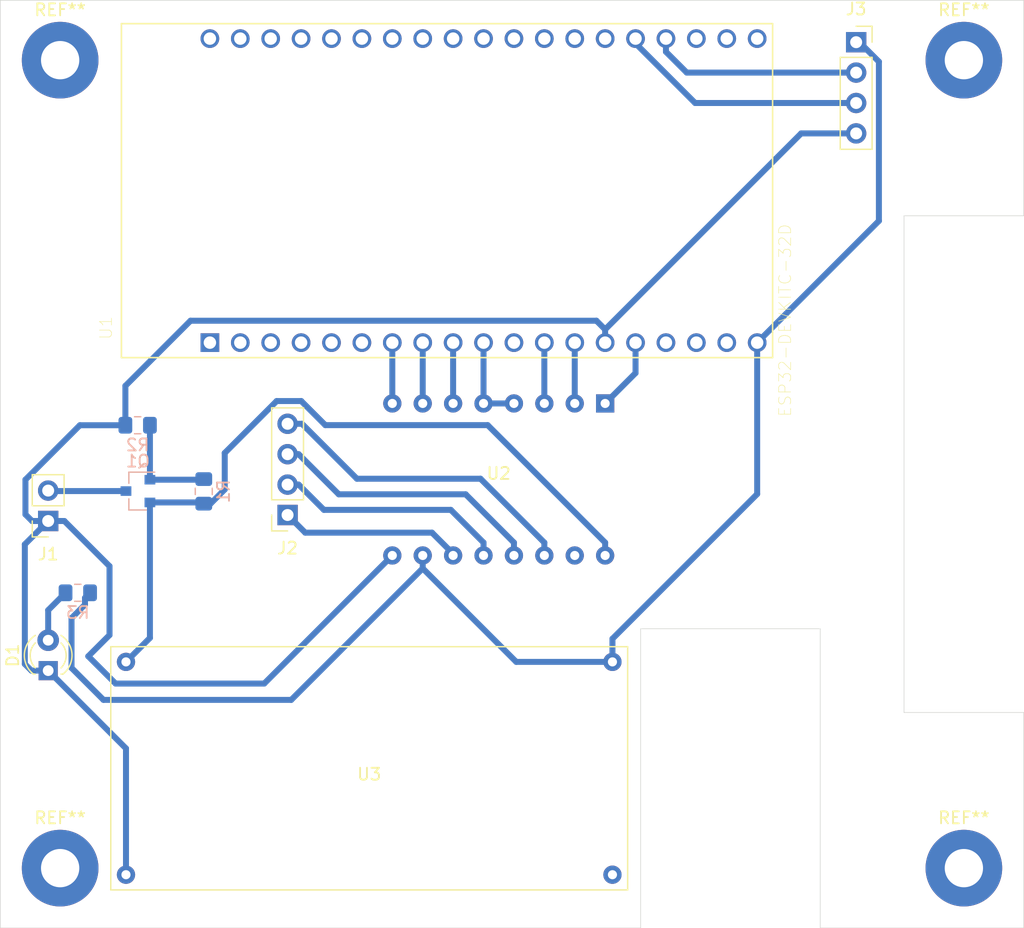
<source format=kicad_pcb>
(kicad_pcb (version 20171130) (host pcbnew 5.1.6-c6e7f7d~87~ubuntu20.04.1)

  (general
    (thickness 1.6)
    (drawings 15)
    (tracks 99)
    (zones 0)
    (modules 15)
    (nets 49)
  )

  (page A4)
  (title_block
    (title ESP32Focuser)
    (date 2020-04-13)
    (company "Semen Miroshnichenko")
  )

  (layers
    (0 F.Cu signal)
    (31 B.Cu signal)
    (32 B.Adhes user hide)
    (34 B.Paste user hide)
    (36 B.SilkS user)
    (38 B.Mask user hide)
    (39 F.Mask user hide)
    (40 Dwgs.User user hide)
    (41 Cmts.User user hide)
    (42 Eco1.User user hide)
    (43 Eco2.User user)
    (44 Edge.Cuts user)
    (45 Margin user)
    (46 B.CrtYd user)
    (47 F.CrtYd user)
    (48 B.Fab user)
  )

  (setup
    (last_trace_width 0.5)
    (user_trace_width 1)
    (trace_clearance 0.8)
    (zone_clearance 0.508)
    (zone_45_only no)
    (trace_min 0.5)
    (via_size 0.9)
    (via_drill 0.5)
    (via_min_size 0.4)
    (via_min_drill 0.3)
    (uvia_size 0.3)
    (uvia_drill 0.1)
    (uvias_allowed no)
    (uvia_min_size 0.2)
    (uvia_min_drill 0.1)
    (edge_width 0.05)
    (segment_width 0.2)
    (pcb_text_width 0.3)
    (pcb_text_size 1.5 1.5)
    (mod_edge_width 0.12)
    (mod_text_size 1 1)
    (mod_text_width 0.15)
    (pad_size 1.8 1.8)
    (pad_drill 0.9)
    (pad_to_mask_clearance 0.051)
    (solder_mask_min_width 0.25)
    (aux_axis_origin 0 0)
    (visible_elements FFFFFF7F)
    (pcbplotparams
      (layerselection 0x00000_fffffffe)
      (usegerberextensions false)
      (usegerberattributes false)
      (usegerberadvancedattributes false)
      (creategerberjobfile false)
      (excludeedgelayer true)
      (linewidth 0.100000)
      (plotframeref false)
      (viasonmask false)
      (mode 1)
      (useauxorigin false)
      (hpglpennumber 1)
      (hpglpenspeed 20)
      (hpglpendiameter 15.000000)
      (psnegative false)
      (psa4output false)
      (plotreference true)
      (plotvalue true)
      (plotinvisibletext false)
      (padsonsilk false)
      (subtractmaskfromsilk false)
      (outputformat 1)
      (mirror false)
      (drillshape 0)
      (scaleselection 1)
      (outputdirectory "Gerbers/"))
  )

  (net 0 "")
  (net 1 GND)
  (net 2 +12V)
  (net 3 "Net-(J2-Pad1)")
  (net 4 "Net-(J2-Pad2)")
  (net 5 "Net-(J2-Pad3)")
  (net 6 "Net-(J2-Pad4)")
  (net 7 +3V3)
  (net 8 "Net-(U1-Pad2)")
  (net 9 +5V)
  (net 10 "Net-(U1-Pad3)")
  (net 11 "Net-(U1-Pad4)")
  (net 12 "Net-(U1-Pad5)")
  (net 13 "Net-(U1-Pad6)")
  (net 14 /DIR)
  (net 15 /STEP)
  (net 16 "Net-(U1-Pad11)")
  (net 17 /MS2)
  (net 18 /MS1)
  (net 19 /~EN)
  (net 20 "Net-(U1-Pad16)")
  (net 21 "Net-(U1-Pad17)")
  (net 22 "Net-(U1-Pad18)")
  (net 23 "Net-(U1-Pad21)")
  (net 24 "Net-(U1-Pad22)")
  (net 25 "Net-(U1-Pad23)")
  (net 26 "Net-(U1-Pad24)")
  (net 27 "Net-(U1-Pad25)")
  (net 28 "Net-(U1-Pad26)")
  (net 29 "Net-(U1-Pad27)")
  (net 30 "Net-(U1-Pad28)")
  (net 31 "Net-(U1-Pad29)")
  (net 32 "Net-(U1-Pad30)")
  (net 33 "Net-(U1-Pad31)")
  (net 34 "Net-(U1-Pad32)")
  (net 35 "Net-(U1-Pad33)")
  (net 36 "Net-(U1-Pad36)")
  (net 37 "Net-(U1-Pad37)")
  (net 38 "Net-(U1-Pad38)")
  (net 39 "Net-(J3-Pad2)")
  (net 40 "Net-(J3-Pad3)")
  (net 41 "Net-(D1-Pad2)")
  (net 42 "Net-(J1-Pad2)")
  (net 43 "Net-(Q1-Pad1)")
  (net 44 /CLK)
  (net 45 /PDN)
  (net 46 "Net-(U1-Pad20)")
  (net 47 "Net-(U3-Pad3)")
  (net 48 "Net-(U2-Pad15)")

  (net_class Default "This is the default net class."
    (clearance 0.8)
    (trace_width 0.5)
    (via_dia 0.9)
    (via_drill 0.5)
    (uvia_dia 0.3)
    (uvia_drill 0.1)
    (diff_pair_width 1)
    (diff_pair_gap 0.25)
    (add_net +12V)
    (add_net +3V3)
    (add_net +5V)
    (add_net /CLK)
    (add_net /DIR)
    (add_net /MS1)
    (add_net /MS2)
    (add_net /PDN)
    (add_net /STEP)
    (add_net /~EN)
    (add_net GND)
    (add_net "Net-(D1-Pad2)")
    (add_net "Net-(J1-Pad2)")
    (add_net "Net-(J2-Pad1)")
    (add_net "Net-(J2-Pad2)")
    (add_net "Net-(J2-Pad3)")
    (add_net "Net-(J2-Pad4)")
    (add_net "Net-(J3-Pad2)")
    (add_net "Net-(J3-Pad3)")
    (add_net "Net-(Q1-Pad1)")
    (add_net "Net-(U1-Pad11)")
    (add_net "Net-(U1-Pad16)")
    (add_net "Net-(U1-Pad17)")
    (add_net "Net-(U1-Pad18)")
    (add_net "Net-(U1-Pad2)")
    (add_net "Net-(U1-Pad20)")
    (add_net "Net-(U1-Pad21)")
    (add_net "Net-(U1-Pad22)")
    (add_net "Net-(U1-Pad23)")
    (add_net "Net-(U1-Pad24)")
    (add_net "Net-(U1-Pad25)")
    (add_net "Net-(U1-Pad26)")
    (add_net "Net-(U1-Pad27)")
    (add_net "Net-(U1-Pad28)")
    (add_net "Net-(U1-Pad29)")
    (add_net "Net-(U1-Pad3)")
    (add_net "Net-(U1-Pad30)")
    (add_net "Net-(U1-Pad31)")
    (add_net "Net-(U1-Pad32)")
    (add_net "Net-(U1-Pad33)")
    (add_net "Net-(U1-Pad36)")
    (add_net "Net-(U1-Pad37)")
    (add_net "Net-(U1-Pad38)")
    (add_net "Net-(U1-Pad4)")
    (add_net "Net-(U1-Pad5)")
    (add_net "Net-(U1-Pad6)")
    (add_net "Net-(U2-Pad15)")
    (add_net "Net-(U3-Pad3)")
  )

  (module LED_THT:LED_D3.0mm (layer F.Cu) (tedit 5F666A39) (tstamp 5EE66513)
    (at 20.78 82.01 90)
    (descr "LED, diameter 3.0mm, 2 pins")
    (tags "LED diameter 3.0mm 2 pins")
    (path /5EB86BBF)
    (fp_text reference D1 (at 1.27 -2.96 90) (layer F.SilkS)
      (effects (font (size 1 1) (thickness 0.15)))
    )
    (fp_text value LED (at 1.27 2.96 90) (layer F.Fab)
      (effects (font (size 1 1) (thickness 0.15)))
    )
    (fp_circle (center 1.27 0) (end 2.77 0) (layer F.Fab) (width 0.1))
    (fp_line (start -0.23 -1.16619) (end -0.23 1.16619) (layer F.Fab) (width 0.1))
    (fp_line (start -0.29 -1.236) (end -0.29 -1.08) (layer F.SilkS) (width 0.12))
    (fp_line (start -0.29 1.08) (end -0.29 1.236) (layer F.SilkS) (width 0.12))
    (fp_line (start -1.15 -2.25) (end -1.15 2.25) (layer F.CrtYd) (width 0.05))
    (fp_line (start -1.15 2.25) (end 3.7 2.25) (layer F.CrtYd) (width 0.05))
    (fp_line (start 3.7 2.25) (end 3.7 -2.25) (layer F.CrtYd) (width 0.05))
    (fp_line (start 3.7 -2.25) (end -1.15 -2.25) (layer F.CrtYd) (width 0.05))
    (fp_arc (start 1.27 0) (end 0.229039 1.08) (angle -87.9) (layer F.SilkS) (width 0.12))
    (fp_arc (start 1.27 0) (end 0.229039 -1.08) (angle 87.9) (layer F.SilkS) (width 0.12))
    (fp_arc (start 1.27 0) (end -0.29 1.235516) (angle -108.8) (layer F.SilkS) (width 0.12))
    (fp_arc (start 1.27 0) (end -0.29 -1.235516) (angle 108.8) (layer F.SilkS) (width 0.12))
    (fp_arc (start 1.27 0) (end -0.23 -1.16619) (angle 284.3) (layer F.Fab) (width 0.1))
    (pad 2 thru_hole circle (at 2.54 0 90) (size 1.8 1.8) (drill 0.9) (layers *.Cu *.Mask)
      (net 41 "Net-(D1-Pad2)"))
    (pad 1 thru_hole rect (at 0 0 90) (size 1.6 1.6) (drill 0.9) (layers *.Cu *.Mask)
      (net 1 GND))
    (model ${KISYS3DMOD}/LED_THT.3dshapes/LED_D3.0mm.wrl
      (at (xyz 0 0 0))
      (scale (xyz 1 1 1))
      (rotate (xyz 0 0 0))
    )
  )

  (module ESP32Focuser:TMC2209_Module (layer F.Cu) (tedit 5E94B790) (tstamp 5E951804)
    (at 58.42 66.04 180)
    (path /5E8BE4AE)
    (fp_text reference U2 (at 0 0.5) (layer F.SilkS)
      (effects (font (size 1 1) (thickness 0.15)))
    )
    (fp_text value TMC2209_Board (at 0 -2.54) (layer F.Fab)
      (effects (font (size 1 1) (thickness 0.15)))
    )
    (pad 1 thru_hole rect (at -8.89 6.35 180) (size 1.524 1.524) (drill 0.762) (layers *.Cu *.Mask)
      (net 19 /~EN))
    (pad 2 thru_hole circle (at -6.35 6.35 180) (size 1.524 1.524) (drill 0.762) (layers *.Cu *.Mask)
      (net 18 /MS1))
    (pad 3 thru_hole circle (at -3.81 6.35 180) (size 1.524 1.524) (drill 0.762) (layers *.Cu *.Mask)
      (net 17 /MS2))
    (pad 4 thru_hole circle (at -1.27 6.35 180) (size 1.524 1.524) (drill 0.762) (layers *.Cu *.Mask)
      (net 45 /PDN))
    (pad 5 thru_hole circle (at 1.27 6.35 180) (size 1.524 1.524) (drill 0.762) (layers *.Cu *.Mask)
      (net 45 /PDN))
    (pad 6 thru_hole circle (at 3.81 6.35 180) (size 1.524 1.524) (drill 0.762) (layers *.Cu *.Mask)
      (net 44 /CLK))
    (pad 7 thru_hole circle (at 6.35 6.35 180) (size 1.524 1.524) (drill 0.762) (layers *.Cu *.Mask)
      (net 15 /STEP))
    (pad 8 thru_hole circle (at 8.89 6.35 180) (size 1.524 1.524) (drill 0.762) (layers *.Cu *.Mask)
      (net 14 /DIR))
    (pad 9 thru_hole circle (at 8.89 -6.35 180) (size 1.524 1.524) (drill 0.762) (layers *.Cu *.Mask)
      (net 1 GND))
    (pad 10 thru_hole circle (at 6.35 -6.35 180) (size 1.524 1.524) (drill 0.762) (layers *.Cu *.Mask)
      (net 9 +5V))
    (pad 11 thru_hole circle (at 3.81 -6.35 180) (size 1.524 1.524) (drill 0.762) (layers *.Cu *.Mask)
      (net 3 "Net-(J2-Pad1)"))
    (pad 12 thru_hole circle (at 1.27 -6.35 180) (size 1.524 1.524) (drill 0.762) (layers *.Cu *.Mask)
      (net 4 "Net-(J2-Pad2)"))
    (pad 13 thru_hole circle (at -1.27 -6.35 180) (size 1.524 1.524) (drill 0.762) (layers *.Cu *.Mask)
      (net 5 "Net-(J2-Pad3)"))
    (pad 14 thru_hole circle (at -3.81 -6.35 180) (size 1.524 1.524) (drill 0.762) (layers *.Cu *.Mask)
      (net 6 "Net-(J2-Pad4)"))
    (pad 15 thru_hole circle (at -6.35 -6.35 180) (size 1.524 1.524) (drill 0.762) (layers *.Cu *.Mask)
      (net 48 "Net-(U2-Pad15)"))
    (pad 16 thru_hole circle (at -8.89 -6.35 180) (size 1.524 1.524) (drill 0.762) (layers *.Cu *.Mask)
      (net 2 +12V))
  )

  (module ESP32Focuser:LM2596_Module (layer F.Cu) (tedit 5E94B647) (tstamp 5E962206)
    (at 47.6 90.17)
    (path /5E938094)
    (fp_text reference U3 (at 0 0.5) (layer F.SilkS)
      (effects (font (size 1 1) (thickness 0.15)))
    )
    (fp_text value LM2596_Board (at 0 -3.81) (layer F.Fab)
      (effects (font (size 1 1) (thickness 0.15)))
    )
    (fp_line (start 21.59 -10.16) (end -21.59 -10.16) (layer F.SilkS) (width 0.12))
    (fp_line (start 21.59 10.16) (end 21.59 -10.16) (layer F.SilkS) (width 0.12))
    (fp_line (start -21.59 10.16) (end 21.59 10.16) (layer F.SilkS) (width 0.12))
    (fp_line (start -21.59 -10.16) (end -21.59 10.16) (layer F.SilkS) (width 0.12))
    (pad 1 thru_hole circle (at -20.32 -8.89) (size 1.524 1.524) (drill 0.762) (layers *.Cu *.Mask)
      (net 2 +12V))
    (pad 2 thru_hole circle (at -20.32 8.89) (size 1.524 1.524) (drill 0.762) (layers *.Cu *.Mask)
      (net 1 GND))
    (pad 3 thru_hole circle (at 20.32 8.89) (size 1.524 1.524) (drill 0.762) (layers *.Cu *.Mask)
      (net 47 "Net-(U3-Pad3)"))
    (pad 4 thru_hole circle (at 20.32 -8.89) (size 1.524 1.524) (drill 0.762) (layers *.Cu *.Mask)
      (net 9 +5V))
  )

  (module Connector_PinSocket_2.54mm:PinSocket_1x04_P2.54mm_Vertical (layer F.Cu) (tedit 5A19A429) (tstamp 5E960307)
    (at 88.28 29.51)
    (descr "Through hole straight socket strip, 1x04, 2.54mm pitch, single row (from Kicad 4.0.7), script generated")
    (tags "Through hole socket strip THT 1x04 2.54mm single row")
    (path /5E960867)
    (fp_text reference J3 (at 0 -2.77) (layer F.SilkS)
      (effects (font (size 1 1) (thickness 0.15)))
    )
    (fp_text value Encoder_Conn (at 0 10.39) (layer F.Fab)
      (effects (font (size 1 1) (thickness 0.15)))
    )
    (fp_line (start -1.8 9.4) (end -1.8 -1.8) (layer F.CrtYd) (width 0.05))
    (fp_line (start 1.75 9.4) (end -1.8 9.4) (layer F.CrtYd) (width 0.05))
    (fp_line (start 1.75 -1.8) (end 1.75 9.4) (layer F.CrtYd) (width 0.05))
    (fp_line (start -1.8 -1.8) (end 1.75 -1.8) (layer F.CrtYd) (width 0.05))
    (fp_line (start 0 -1.33) (end 1.33 -1.33) (layer F.SilkS) (width 0.12))
    (fp_line (start 1.33 -1.33) (end 1.33 0) (layer F.SilkS) (width 0.12))
    (fp_line (start 1.33 1.27) (end 1.33 8.95) (layer F.SilkS) (width 0.12))
    (fp_line (start -1.33 8.95) (end 1.33 8.95) (layer F.SilkS) (width 0.12))
    (fp_line (start -1.33 1.27) (end -1.33 8.95) (layer F.SilkS) (width 0.12))
    (fp_line (start -1.33 1.27) (end 1.33 1.27) (layer F.SilkS) (width 0.12))
    (fp_line (start -1.27 8.89) (end -1.27 -1.27) (layer F.Fab) (width 0.1))
    (fp_line (start 1.27 8.89) (end -1.27 8.89) (layer F.Fab) (width 0.1))
    (fp_line (start 1.27 -0.635) (end 1.27 8.89) (layer F.Fab) (width 0.1))
    (fp_line (start 0.635 -1.27) (end 1.27 -0.635) (layer F.Fab) (width 0.1))
    (fp_line (start -1.27 -1.27) (end 0.635 -1.27) (layer F.Fab) (width 0.1))
    (fp_text user %R (at 0 3.81 90) (layer F.Fab)
      (effects (font (size 1 1) (thickness 0.15)))
    )
    (pad 1 thru_hole rect (at 0 0) (size 1.7 1.7) (drill 1) (layers *.Cu *.Mask)
      (net 9 +5V))
    (pad 2 thru_hole oval (at 0 2.54) (size 1.7 1.7) (drill 1) (layers *.Cu *.Mask)
      (net 39 "Net-(J3-Pad2)"))
    (pad 3 thru_hole oval (at 0 5.08) (size 1.7 1.7) (drill 1) (layers *.Cu *.Mask)
      (net 40 "Net-(J3-Pad3)"))
    (pad 4 thru_hole oval (at 0 7.62) (size 1.7 1.7) (drill 1) (layers *.Cu *.Mask)
      (net 1 GND))
    (model ${KISYS3DMOD}/Connector_PinSocket_2.54mm.3dshapes/PinSocket_1x04_P2.54mm_Vertical.wrl
      (at (xyz 0 0 0))
      (scale (xyz 1 1 1))
      (rotate (xyz 0 0 0))
    )
  )

  (module Resistor_SMD:R_0805_2012Metric_Pad1.15x1.40mm_HandSolder (layer B.Cu) (tedit 5B36C52B) (tstamp 5EE665BF)
    (at 33.78 67.035 90)
    (descr "Resistor SMD 0805 (2012 Metric), square (rectangular) end terminal, IPC_7351 nominal with elongated pad for handsoldering. (Body size source: https://docs.google.com/spreadsheets/d/1BsfQQcO9C6DZCsRaXUlFlo91Tg2WpOkGARC1WS5S8t0/edit?usp=sharing), generated with kicad-footprint-generator")
    (tags "resistor handsolder")
    (path /5E9BA074)
    (attr smd)
    (fp_text reference R1 (at 0 1.65 -90) (layer B.SilkS)
      (effects (font (size 1 1) (thickness 0.15)) (justify mirror))
    )
    (fp_text value 80k (at 0 -1.65 -90) (layer B.Fab)
      (effects (font (size 1 1) (thickness 0.15)) (justify mirror))
    )
    (fp_line (start -1 -0.6) (end -1 0.6) (layer B.Fab) (width 0.1))
    (fp_line (start -1 0.6) (end 1 0.6) (layer B.Fab) (width 0.1))
    (fp_line (start 1 0.6) (end 1 -0.6) (layer B.Fab) (width 0.1))
    (fp_line (start 1 -0.6) (end -1 -0.6) (layer B.Fab) (width 0.1))
    (fp_line (start -0.261252 0.71) (end 0.261252 0.71) (layer B.SilkS) (width 0.12))
    (fp_line (start -0.261252 -0.71) (end 0.261252 -0.71) (layer B.SilkS) (width 0.12))
    (fp_line (start -1.85 -0.95) (end -1.85 0.95) (layer B.CrtYd) (width 0.05))
    (fp_line (start -1.85 0.95) (end 1.85 0.95) (layer B.CrtYd) (width 0.05))
    (fp_line (start 1.85 0.95) (end 1.85 -0.95) (layer B.CrtYd) (width 0.05))
    (fp_line (start 1.85 -0.95) (end -1.85 -0.95) (layer B.CrtYd) (width 0.05))
    (fp_text user %R (at 0 0 -90) (layer B.Fab)
      (effects (font (size 0.5 0.5) (thickness 0.08)) (justify mirror))
    )
    (pad 2 smd roundrect (at 1.025 0 90) (size 1.15 1.4) (layers B.Cu B.Paste B.Mask) (roundrect_rratio 0.217391)
      (net 43 "Net-(Q1-Pad1)"))
    (pad 1 smd roundrect (at -1.025 0 90) (size 1.15 1.4) (layers B.Cu B.Paste B.Mask) (roundrect_rratio 0.217391)
      (net 2 +12V))
    (model ${KISYS3DMOD}/Resistor_SMD.3dshapes/R_0805_2012Metric.wrl
      (at (xyz 0 0 0))
      (scale (xyz 1 1 1))
      (rotate (xyz 0 0 0))
    )
  )

  (module ESP32-DEVKITC-32D:MODULE_ESP32-DEVKITC-32D (layer F.Cu) (tedit 0) (tstamp 5E951019)
    (at 54.05 41.91 90)
    (path /5E8B7E1F)
    (fp_text reference U1 (at -11.4644 -28.446 90) (layer F.SilkS)
      (effects (font (size 1.00039 1.00039) (thickness 0.05)))
    )
    (fp_text value ESP32-DEVKITC-32D (at -10.8363 28.2945 90) (layer F.SilkS)
      (effects (font (size 1.00105 1.00105) (thickness 0.05)))
    )
    (fp_circle (center -14.6 -19.9) (end -14.46 -19.9) (layer Eco2.User) (width 0.28))
    (fp_circle (center -14.6 -19.9) (end -14.46 -19.9) (layer Eco2.User) (width 0.28))
    (fp_line (start -14.2 27.5) (end -14.2 -27.4) (layer Eco1.User) (width 0.05))
    (fp_line (start 14.2 27.5) (end -14.2 27.5) (layer Eco1.User) (width 0.05))
    (fp_line (start 14.2 -27.4) (end 14.2 27.5) (layer Eco1.User) (width 0.05))
    (fp_line (start -14.2 -27.4) (end 14.2 -27.4) (layer Eco1.User) (width 0.05))
    (fp_line (start 13.95 27.25) (end -13.95 27.25) (layer F.SilkS) (width 0.127))
    (fp_line (start 13.95 -27.15) (end 13.95 27.25) (layer F.SilkS) (width 0.127))
    (fp_line (start -13.95 -27.15) (end 13.95 -27.15) (layer F.SilkS) (width 0.127))
    (fp_line (start -13.95 27.25) (end -13.95 -27.15) (layer F.SilkS) (width 0.127))
    (fp_line (start -13.95 27.25) (end -13.95 -27.15) (layer Eco2.User) (width 0.127))
    (fp_line (start 13.95 27.25) (end -13.95 27.25) (layer Eco2.User) (width 0.127))
    (fp_line (start 13.95 -27.15) (end 13.95 27.25) (layer Eco2.User) (width 0.127))
    (fp_line (start -13.95 -27.15) (end 13.95 -27.15) (layer Eco2.User) (width 0.127))
    (pad 1 thru_hole rect (at -12.7 -19.76 90) (size 1.56 1.56) (drill 1.04) (layers *.Cu *.Mask)
      (net 7 +3V3))
    (pad 2 thru_hole circle (at -12.7 -17.22 90) (size 1.56 1.56) (drill 1.04) (layers *.Cu *.Mask)
      (net 8 "Net-(U1-Pad2)"))
    (pad 19 thru_hole circle (at -12.7 25.96 90) (size 1.56 1.56) (drill 1.04) (layers *.Cu *.Mask)
      (net 9 +5V))
    (pad 3 thru_hole circle (at -12.7 -14.68 90) (size 1.56 1.56) (drill 1.04) (layers *.Cu *.Mask)
      (net 10 "Net-(U1-Pad3)"))
    (pad 4 thru_hole circle (at -12.7 -12.14 90) (size 1.56 1.56) (drill 1.04) (layers *.Cu *.Mask)
      (net 11 "Net-(U1-Pad4)"))
    (pad 5 thru_hole circle (at -12.7 -9.6 90) (size 1.56 1.56) (drill 1.04) (layers *.Cu *.Mask)
      (net 12 "Net-(U1-Pad5)"))
    (pad 6 thru_hole circle (at -12.7 -7.06 90) (size 1.56 1.56) (drill 1.04) (layers *.Cu *.Mask)
      (net 13 "Net-(U1-Pad6)"))
    (pad 7 thru_hole circle (at -12.7 -4.52 90) (size 1.56 1.56) (drill 1.04) (layers *.Cu *.Mask)
      (net 14 /DIR))
    (pad 8 thru_hole circle (at -12.7 -1.98 90) (size 1.56 1.56) (drill 1.04) (layers *.Cu *.Mask)
      (net 15 /STEP))
    (pad 9 thru_hole circle (at -12.7 0.56 90) (size 1.56 1.56) (drill 1.04) (layers *.Cu *.Mask)
      (net 44 /CLK))
    (pad 10 thru_hole circle (at -12.7 3.1 90) (size 1.56 1.56) (drill 1.04) (layers *.Cu *.Mask)
      (net 45 /PDN))
    (pad 11 thru_hole circle (at -12.7 5.64 90) (size 1.56 1.56) (drill 1.04) (layers *.Cu *.Mask)
      (net 16 "Net-(U1-Pad11)"))
    (pad 12 thru_hole circle (at -12.7 8.18 90) (size 1.56 1.56) (drill 1.04) (layers *.Cu *.Mask)
      (net 17 /MS2))
    (pad 13 thru_hole circle (at -12.7 10.72 90) (size 1.56 1.56) (drill 1.04) (layers *.Cu *.Mask)
      (net 18 /MS1))
    (pad 14 thru_hole circle (at -12.7 13.26 90) (size 1.56 1.56) (drill 1.04) (layers *.Cu *.Mask)
      (net 1 GND))
    (pad 15 thru_hole circle (at -12.7 15.8 90) (size 1.56 1.56) (drill 1.04) (layers *.Cu *.Mask)
      (net 19 /~EN))
    (pad 16 thru_hole circle (at -12.7 18.34 90) (size 1.56 1.56) (drill 1.04) (layers *.Cu *.Mask)
      (net 20 "Net-(U1-Pad16)"))
    (pad 17 thru_hole circle (at -12.7 20.88 90) (size 1.56 1.56) (drill 1.04) (layers *.Cu *.Mask)
      (net 21 "Net-(U1-Pad17)"))
    (pad 18 thru_hole circle (at -12.7 23.42 90) (size 1.56 1.56) (drill 1.04) (layers *.Cu *.Mask)
      (net 22 "Net-(U1-Pad18)"))
    (pad 20 thru_hole circle (at 12.7 -19.76 90) (size 1.56 1.56) (drill 1.04) (layers *.Cu *.Mask)
      (net 46 "Net-(U1-Pad20)"))
    (pad 21 thru_hole circle (at 12.7 -17.22 90) (size 1.56 1.56) (drill 1.04) (layers *.Cu *.Mask)
      (net 23 "Net-(U1-Pad21)"))
    (pad 22 thru_hole circle (at 12.7 -14.68 90) (size 1.56 1.56) (drill 1.04) (layers *.Cu *.Mask)
      (net 24 "Net-(U1-Pad22)"))
    (pad 23 thru_hole circle (at 12.7 -12.14 90) (size 1.56 1.56) (drill 1.04) (layers *.Cu *.Mask)
      (net 25 "Net-(U1-Pad23)"))
    (pad 24 thru_hole circle (at 12.7 -9.6 90) (size 1.56 1.56) (drill 1.04) (layers *.Cu *.Mask)
      (net 26 "Net-(U1-Pad24)"))
    (pad 25 thru_hole circle (at 12.7 -7.06 90) (size 1.56 1.56) (drill 1.04) (layers *.Cu *.Mask)
      (net 27 "Net-(U1-Pad25)"))
    (pad 26 thru_hole circle (at 12.7 -4.52 90) (size 1.56 1.56) (drill 1.04) (layers *.Cu *.Mask)
      (net 28 "Net-(U1-Pad26)"))
    (pad 27 thru_hole circle (at 12.7 -1.98 90) (size 1.56 1.56) (drill 1.04) (layers *.Cu *.Mask)
      (net 29 "Net-(U1-Pad27)"))
    (pad 28 thru_hole circle (at 12.7 0.56 90) (size 1.56 1.56) (drill 1.04) (layers *.Cu *.Mask)
      (net 30 "Net-(U1-Pad28)"))
    (pad 29 thru_hole circle (at 12.7 3.1 90) (size 1.56 1.56) (drill 1.04) (layers *.Cu *.Mask)
      (net 31 "Net-(U1-Pad29)"))
    (pad 30 thru_hole circle (at 12.7 5.64 90) (size 1.56 1.56) (drill 1.04) (layers *.Cu *.Mask)
      (net 32 "Net-(U1-Pad30)"))
    (pad 31 thru_hole circle (at 12.7 8.18 90) (size 1.56 1.56) (drill 1.04) (layers *.Cu *.Mask)
      (net 33 "Net-(U1-Pad31)"))
    (pad 32 thru_hole circle (at 12.7 10.72 90) (size 1.56 1.56) (drill 1.04) (layers *.Cu *.Mask)
      (net 34 "Net-(U1-Pad32)"))
    (pad 33 thru_hole circle (at 12.7 13.26 90) (size 1.56 1.56) (drill 1.04) (layers *.Cu *.Mask)
      (net 35 "Net-(U1-Pad33)"))
    (pad 34 thru_hole circle (at 12.7 15.8 90) (size 1.56 1.56) (drill 1.04) (layers *.Cu *.Mask)
      (net 40 "Net-(J3-Pad3)"))
    (pad 35 thru_hole circle (at 12.7 18.34 90) (size 1.56 1.56) (drill 1.04) (layers *.Cu *.Mask)
      (net 39 "Net-(J3-Pad2)"))
    (pad 36 thru_hole circle (at 12.7 20.88 90) (size 1.56 1.56) (drill 1.04) (layers *.Cu *.Mask)
      (net 36 "Net-(U1-Pad36)"))
    (pad 37 thru_hole circle (at 12.7 23.42 90) (size 1.56 1.56) (drill 1.04) (layers *.Cu *.Mask)
      (net 37 "Net-(U1-Pad37)"))
    (pad 38 thru_hole circle (at 12.7 25.96 90) (size 1.56 1.56) (drill 1.04) (layers *.Cu *.Mask)
      (net 38 "Net-(U1-Pad38)"))
  )

  (module Resistor_SMD:R_0805_2012Metric_Pad1.15x1.40mm_HandSolder (layer B.Cu) (tedit 5B36C52B) (tstamp 5EE665E1)
    (at 23.255 75.51)
    (descr "Resistor SMD 0805 (2012 Metric), square (rectangular) end terminal, IPC_7351 nominal with elongated pad for handsoldering. (Body size source: https://docs.google.com/spreadsheets/d/1BsfQQcO9C6DZCsRaXUlFlo91Tg2WpOkGARC1WS5S8t0/edit?usp=sharing), generated with kicad-footprint-generator")
    (tags "resistor handsolder")
    (path /5EB88F4B)
    (attr smd)
    (fp_text reference R3 (at 0 1.65) (layer B.SilkS)
      (effects (font (size 1 1) (thickness 0.15)) (justify mirror))
    )
    (fp_text value 1k (at 0 -1.65) (layer B.Fab)
      (effects (font (size 1 1) (thickness 0.15)) (justify mirror))
    )
    (fp_line (start -1 -0.6) (end -1 0.6) (layer B.Fab) (width 0.1))
    (fp_line (start -1 0.6) (end 1 0.6) (layer B.Fab) (width 0.1))
    (fp_line (start 1 0.6) (end 1 -0.6) (layer B.Fab) (width 0.1))
    (fp_line (start 1 -0.6) (end -1 -0.6) (layer B.Fab) (width 0.1))
    (fp_line (start -0.261252 0.71) (end 0.261252 0.71) (layer B.SilkS) (width 0.12))
    (fp_line (start -0.261252 -0.71) (end 0.261252 -0.71) (layer B.SilkS) (width 0.12))
    (fp_line (start -1.85 -0.95) (end -1.85 0.95) (layer B.CrtYd) (width 0.05))
    (fp_line (start -1.85 0.95) (end 1.85 0.95) (layer B.CrtYd) (width 0.05))
    (fp_line (start 1.85 0.95) (end 1.85 -0.95) (layer B.CrtYd) (width 0.05))
    (fp_line (start 1.85 -0.95) (end -1.85 -0.95) (layer B.CrtYd) (width 0.05))
    (fp_text user %R (at 0 0) (layer B.Fab)
      (effects (font (size 0.5 0.5) (thickness 0.08)) (justify mirror))
    )
    (pad 2 smd roundrect (at 1.025 0) (size 1.15 1.4) (layers B.Cu B.Paste B.Mask) (roundrect_rratio 0.217391)
      (net 9 +5V))
    (pad 1 smd roundrect (at -1.025 0) (size 1.15 1.4) (layers B.Cu B.Paste B.Mask) (roundrect_rratio 0.217391)
      (net 41 "Net-(D1-Pad2)"))
    (model ${KISYS3DMOD}/Resistor_SMD.3dshapes/R_0805_2012Metric.wrl
      (at (xyz 0 0 0))
      (scale (xyz 1 1 1))
      (rotate (xyz 0 0 0))
    )
  )

  (module Resistor_SMD:R_0805_2012Metric_Pad1.15x1.40mm_HandSolder (layer B.Cu) (tedit 5B36C52B) (tstamp 5EE665D0)
    (at 28.255 61.51)
    (descr "Resistor SMD 0805 (2012 Metric), square (rectangular) end terminal, IPC_7351 nominal with elongated pad for handsoldering. (Body size source: https://docs.google.com/spreadsheets/d/1BsfQQcO9C6DZCsRaXUlFlo91Tg2WpOkGARC1WS5S8t0/edit?usp=sharing), generated with kicad-footprint-generator")
    (tags "resistor handsolder")
    (path /5E9B97CD)
    (attr smd)
    (fp_text reference R2 (at 0 1.65) (layer B.SilkS)
      (effects (font (size 1 1) (thickness 0.15)) (justify mirror))
    )
    (fp_text value 20k (at 0 -1.65) (layer B.Fab)
      (effects (font (size 1 1) (thickness 0.15)) (justify mirror))
    )
    (fp_line (start -1 -0.6) (end -1 0.6) (layer B.Fab) (width 0.1))
    (fp_line (start -1 0.6) (end 1 0.6) (layer B.Fab) (width 0.1))
    (fp_line (start 1 0.6) (end 1 -0.6) (layer B.Fab) (width 0.1))
    (fp_line (start 1 -0.6) (end -1 -0.6) (layer B.Fab) (width 0.1))
    (fp_line (start -0.261252 0.71) (end 0.261252 0.71) (layer B.SilkS) (width 0.12))
    (fp_line (start -0.261252 -0.71) (end 0.261252 -0.71) (layer B.SilkS) (width 0.12))
    (fp_line (start -1.85 -0.95) (end -1.85 0.95) (layer B.CrtYd) (width 0.05))
    (fp_line (start -1.85 0.95) (end 1.85 0.95) (layer B.CrtYd) (width 0.05))
    (fp_line (start 1.85 0.95) (end 1.85 -0.95) (layer B.CrtYd) (width 0.05))
    (fp_line (start 1.85 -0.95) (end -1.85 -0.95) (layer B.CrtYd) (width 0.05))
    (fp_text user %R (at 0 0) (layer B.Fab)
      (effects (font (size 0.5 0.5) (thickness 0.08)) (justify mirror))
    )
    (pad 2 smd roundrect (at 1.025 0) (size 1.15 1.4) (layers B.Cu B.Paste B.Mask) (roundrect_rratio 0.217391)
      (net 43 "Net-(Q1-Pad1)"))
    (pad 1 smd roundrect (at -1.025 0) (size 1.15 1.4) (layers B.Cu B.Paste B.Mask) (roundrect_rratio 0.217391)
      (net 1 GND))
    (model ${KISYS3DMOD}/Resistor_SMD.3dshapes/R_0805_2012Metric.wrl
      (at (xyz 0 0 0))
      (scale (xyz 1 1 1))
      (rotate (xyz 0 0 0))
    )
  )

  (module Package_TO_SOT_SMD:SOT-23 (layer B.Cu) (tedit 5A02FF57) (tstamp 5EE665AE)
    (at 28.28 67.01 180)
    (descr "SOT-23, Standard")
    (tags SOT-23)
    (path /5E9B6965)
    (attr smd)
    (fp_text reference Q1 (at 0 2.5) (layer B.SilkS)
      (effects (font (size 1 1) (thickness 0.15)) (justify mirror))
    )
    (fp_text value AO3401A (at 0 -2.5) (layer B.Fab)
      (effects (font (size 1 1) (thickness 0.15)) (justify mirror))
    )
    (fp_line (start -0.7 0.95) (end -0.7 -1.5) (layer B.Fab) (width 0.1))
    (fp_line (start -0.15 1.52) (end 0.7 1.52) (layer B.Fab) (width 0.1))
    (fp_line (start -0.7 0.95) (end -0.15 1.52) (layer B.Fab) (width 0.1))
    (fp_line (start 0.7 1.52) (end 0.7 -1.52) (layer B.Fab) (width 0.1))
    (fp_line (start -0.7 -1.52) (end 0.7 -1.52) (layer B.Fab) (width 0.1))
    (fp_line (start 0.76 -1.58) (end 0.76 -0.65) (layer B.SilkS) (width 0.12))
    (fp_line (start 0.76 1.58) (end 0.76 0.65) (layer B.SilkS) (width 0.12))
    (fp_line (start -1.7 1.75) (end 1.7 1.75) (layer B.CrtYd) (width 0.05))
    (fp_line (start 1.7 1.75) (end 1.7 -1.75) (layer B.CrtYd) (width 0.05))
    (fp_line (start 1.7 -1.75) (end -1.7 -1.75) (layer B.CrtYd) (width 0.05))
    (fp_line (start -1.7 -1.75) (end -1.7 1.75) (layer B.CrtYd) (width 0.05))
    (fp_line (start 0.76 1.58) (end -1.4 1.58) (layer B.SilkS) (width 0.12))
    (fp_line (start 0.76 -1.58) (end -0.7 -1.58) (layer B.SilkS) (width 0.12))
    (fp_text user %R (at 0 0 -90) (layer B.Fab)
      (effects (font (size 0.5 0.5) (thickness 0.075)) (justify mirror))
    )
    (pad 3 smd rect (at 1 0 180) (size 0.9 0.8) (layers B.Cu B.Paste B.Mask)
      (net 42 "Net-(J1-Pad2)"))
    (pad 2 smd rect (at -1 -0.95 180) (size 0.9 0.8) (layers B.Cu B.Paste B.Mask)
      (net 2 +12V))
    (pad 1 smd rect (at -1 0.95 180) (size 0.9 0.8) (layers B.Cu B.Paste B.Mask)
      (net 43 "Net-(Q1-Pad1)"))
    (model ${KISYS3DMOD}/Package_TO_SOT_SMD.3dshapes/SOT-23.wrl
      (at (xyz 0 0 0))
      (scale (xyz 1 1 1))
      (rotate (xyz 0 0 0))
    )
  )

  (module MountingHole:MountingHole_3.2mm_M3_Pad (layer F.Cu) (tedit 56D1B4CB) (tstamp 5E9621D8)
    (at 97.28 31.01)
    (descr "Mounting Hole 3.2mm, M3")
    (tags "mounting hole 3.2mm m3")
    (attr virtual)
    (fp_text reference REF** (at 0 -4.2) (layer F.SilkS)
      (effects (font (size 1 1) (thickness 0.15)))
    )
    (fp_text value MountingHole_3.2mm_M3_Pad (at 0 4.2) (layer F.Fab)
      (effects (font (size 1 1) (thickness 0.15)))
    )
    (fp_circle (center 0 0) (end 3.2 0) (layer Cmts.User) (width 0.15))
    (fp_circle (center 0 0) (end 3.45 0) (layer F.CrtYd) (width 0.05))
    (fp_text user %R (at 0.3 0) (layer F.Fab)
      (effects (font (size 1 1) (thickness 0.15)))
    )
    (pad 1 thru_hole circle (at 0 0) (size 6.4 6.4) (drill 3.2) (layers *.Cu *.Mask))
  )

  (module MountingHole:MountingHole_3.2mm_M3_Pad (layer F.Cu) (tedit 56D1B4CB) (tstamp 5E9621C2)
    (at 97.28 98.51)
    (descr "Mounting Hole 3.2mm, M3")
    (tags "mounting hole 3.2mm m3")
    (attr virtual)
    (fp_text reference REF** (at 0 -4.2) (layer F.SilkS)
      (effects (font (size 1 1) (thickness 0.15)))
    )
    (fp_text value MountingHole_3.2mm_M3_Pad (at 0 4.2) (layer F.Fab)
      (effects (font (size 1 1) (thickness 0.15)))
    )
    (fp_circle (center 0 0) (end 3.2 0) (layer Cmts.User) (width 0.15))
    (fp_circle (center 0 0) (end 3.45 0) (layer F.CrtYd) (width 0.05))
    (fp_text user %R (at 0.3 0) (layer F.Fab)
      (effects (font (size 1 1) (thickness 0.15)))
    )
    (pad 1 thru_hole circle (at 0 0) (size 6.4 6.4) (drill 3.2) (layers *.Cu *.Mask))
  )

  (module MountingHole:MountingHole_3.2mm_M3_Pad (layer F.Cu) (tedit 56D1B4CB) (tstamp 5E9621AC)
    (at 21.78 98.51)
    (descr "Mounting Hole 3.2mm, M3")
    (tags "mounting hole 3.2mm m3")
    (attr virtual)
    (fp_text reference REF** (at 0 -4.2) (layer F.SilkS)
      (effects (font (size 1 1) (thickness 0.15)))
    )
    (fp_text value MountingHole_3.2mm_M3_Pad (at 0 4.2) (layer F.Fab)
      (effects (font (size 1 1) (thickness 0.15)))
    )
    (fp_circle (center 0 0) (end 3.2 0) (layer Cmts.User) (width 0.15))
    (fp_circle (center 0 0) (end 3.45 0) (layer F.CrtYd) (width 0.05))
    (fp_text user %R (at 0.3 0) (layer F.Fab)
      (effects (font (size 1 1) (thickness 0.15)))
    )
    (pad 1 thru_hole circle (at 0 0) (size 6.4 6.4) (drill 3.2) (layers *.Cu *.Mask))
  )

  (module MountingHole:MountingHole_3.2mm_M3_Pad (layer F.Cu) (tedit 56D1B4CB) (tstamp 5E962144)
    (at 21.78 31.01)
    (descr "Mounting Hole 3.2mm, M3")
    (tags "mounting hole 3.2mm m3")
    (attr virtual)
    (fp_text reference REF** (at 0 -4.2) (layer F.SilkS)
      (effects (font (size 1 1) (thickness 0.15)))
    )
    (fp_text value MountingHole_3.2mm_M3_Pad (at 0 4.2) (layer F.Fab)
      (effects (font (size 1 1) (thickness 0.15)))
    )
    (fp_circle (center 0 0) (end 3.2 0) (layer Cmts.User) (width 0.15))
    (fp_circle (center 0 0) (end 3.45 0) (layer F.CrtYd) (width 0.05))
    (fp_text user %R (at 0.3 0) (layer F.Fab)
      (effects (font (size 1 1) (thickness 0.15)))
    )
    (pad 1 thru_hole circle (at 0 0) (size 6.4 6.4) (drill 3.2) (layers *.Cu *.Mask))
  )

  (module Connector_PinSocket_2.54mm:PinSocket_1x02_P2.54mm_Vertical (layer F.Cu) (tedit 5A19A420) (tstamp 5E950FC9)
    (at 20.78 69.51 180)
    (descr "Through hole straight socket strip, 1x02, 2.54mm pitch, single row (from Kicad 4.0.7), script generated")
    (tags "Through hole socket strip THT 1x02 2.54mm single row")
    (path /5E9379CC)
    (fp_text reference J1 (at 0 -2.77) (layer F.SilkS)
      (effects (font (size 1 1) (thickness 0.15)))
    )
    (fp_text value PWR_Conn (at 0 5.31) (layer F.Fab)
      (effects (font (size 1 1) (thickness 0.15)))
    )
    (fp_line (start -1.8 4.3) (end -1.8 -1.8) (layer F.CrtYd) (width 0.05))
    (fp_line (start 1.75 4.3) (end -1.8 4.3) (layer F.CrtYd) (width 0.05))
    (fp_line (start 1.75 -1.8) (end 1.75 4.3) (layer F.CrtYd) (width 0.05))
    (fp_line (start -1.8 -1.8) (end 1.75 -1.8) (layer F.CrtYd) (width 0.05))
    (fp_line (start 0 -1.33) (end 1.33 -1.33) (layer F.SilkS) (width 0.12))
    (fp_line (start 1.33 -1.33) (end 1.33 0) (layer F.SilkS) (width 0.12))
    (fp_line (start 1.33 1.27) (end 1.33 3.87) (layer F.SilkS) (width 0.12))
    (fp_line (start -1.33 3.87) (end 1.33 3.87) (layer F.SilkS) (width 0.12))
    (fp_line (start -1.33 1.27) (end -1.33 3.87) (layer F.SilkS) (width 0.12))
    (fp_line (start -1.33 1.27) (end 1.33 1.27) (layer F.SilkS) (width 0.12))
    (fp_line (start -1.27 3.81) (end -1.27 -1.27) (layer F.Fab) (width 0.1))
    (fp_line (start 1.27 3.81) (end -1.27 3.81) (layer F.Fab) (width 0.1))
    (fp_line (start 1.27 -0.635) (end 1.27 3.81) (layer F.Fab) (width 0.1))
    (fp_line (start 0.635 -1.27) (end 1.27 -0.635) (layer F.Fab) (width 0.1))
    (fp_line (start -1.27 -1.27) (end 0.635 -1.27) (layer F.Fab) (width 0.1))
    (fp_text user %R (at 0 1.27 90) (layer F.Fab)
      (effects (font (size 1 1) (thickness 0.15)))
    )
    (pad 1 thru_hole rect (at 0 0 180) (size 1.7 1.7) (drill 1) (layers *.Cu *.Mask)
      (net 1 GND))
    (pad 2 thru_hole oval (at 0 2.54 180) (size 1.7 1.7) (drill 1) (layers *.Cu *.Mask)
      (net 42 "Net-(J1-Pad2)"))
    (model ${KISYS3DMOD}/Connector_PinSocket_2.54mm.3dshapes/PinSocket_1x02_P2.54mm_Vertical.wrl
      (at (xyz 0 0 0))
      (scale (xyz 1 1 1))
      (rotate (xyz 0 0 0))
    )
  )

  (module Connector_PinSocket_2.54mm:PinSocket_1x04_P2.54mm_Vertical (layer F.Cu) (tedit 5A19A429) (tstamp 5E950FE1)
    (at 40.78 69.01 180)
    (descr "Through hole straight socket strip, 1x04, 2.54mm pitch, single row (from Kicad 4.0.7), script generated")
    (tags "Through hole socket strip THT 1x04 2.54mm single row")
    (path /5E93DBB8)
    (fp_text reference J2 (at 0 -2.77) (layer F.SilkS)
      (effects (font (size 1 1) (thickness 0.15)))
    )
    (fp_text value Motor_Conn (at 0 10.39) (layer F.Fab)
      (effects (font (size 1 1) (thickness 0.15)))
    )
    (fp_line (start -1.8 9.4) (end -1.8 -1.8) (layer F.CrtYd) (width 0.05))
    (fp_line (start 1.75 9.4) (end -1.8 9.4) (layer F.CrtYd) (width 0.05))
    (fp_line (start 1.75 -1.8) (end 1.75 9.4) (layer F.CrtYd) (width 0.05))
    (fp_line (start -1.8 -1.8) (end 1.75 -1.8) (layer F.CrtYd) (width 0.05))
    (fp_line (start 0 -1.33) (end 1.33 -1.33) (layer F.SilkS) (width 0.12))
    (fp_line (start 1.33 -1.33) (end 1.33 0) (layer F.SilkS) (width 0.12))
    (fp_line (start 1.33 1.27) (end 1.33 8.95) (layer F.SilkS) (width 0.12))
    (fp_line (start -1.33 8.95) (end 1.33 8.95) (layer F.SilkS) (width 0.12))
    (fp_line (start -1.33 1.27) (end -1.33 8.95) (layer F.SilkS) (width 0.12))
    (fp_line (start -1.33 1.27) (end 1.33 1.27) (layer F.SilkS) (width 0.12))
    (fp_line (start -1.27 8.89) (end -1.27 -1.27) (layer F.Fab) (width 0.1))
    (fp_line (start 1.27 8.89) (end -1.27 8.89) (layer F.Fab) (width 0.1))
    (fp_line (start 1.27 -0.635) (end 1.27 8.89) (layer F.Fab) (width 0.1))
    (fp_line (start 0.635 -1.27) (end 1.27 -0.635) (layer F.Fab) (width 0.1))
    (fp_line (start -1.27 -1.27) (end 0.635 -1.27) (layer F.Fab) (width 0.1))
    (fp_text user %R (at 0 3.81 90) (layer F.Fab)
      (effects (font (size 1 1) (thickness 0.15)))
    )
    (pad 1 thru_hole rect (at 0 0 180) (size 1.7 1.7) (drill 1) (layers *.Cu *.Mask)
      (net 3 "Net-(J2-Pad1)"))
    (pad 2 thru_hole oval (at 0 2.54 180) (size 1.7 1.7) (drill 1) (layers *.Cu *.Mask)
      (net 4 "Net-(J2-Pad2)"))
    (pad 3 thru_hole oval (at 0 5.08 180) (size 1.7 1.7) (drill 1) (layers *.Cu *.Mask)
      (net 5 "Net-(J2-Pad3)"))
    (pad 4 thru_hole oval (at 0 7.62 180) (size 1.7 1.7) (drill 1) (layers *.Cu *.Mask)
      (net 6 "Net-(J2-Pad4)"))
    (model ${KISYS3DMOD}/Connector_PinSocket_2.54mm.3dshapes/PinSocket_1x04_P2.54mm_Vertical.wrl
      (at (xyz 0 0 0))
      (scale (xyz 1 1 1))
      (rotate (xyz 0 0 0))
    )
  )

  (dimension 85.5 (width 0.15) (layer Dwgs.User)
    (gr_text "85,500 mm" (at 59.53 22.210001) (layer Dwgs.User)
      (effects (font (size 1 1) (thickness 0.15)))
    )
    (feature1 (pts (xy 16.78 26.01) (xy 16.78 22.92358)))
    (feature2 (pts (xy 102.28 26.01) (xy 102.28 22.92358)))
    (crossbar (pts (xy 102.28 23.510001) (xy 16.78 23.510001)))
    (arrow1a (pts (xy 16.78 23.510001) (xy 17.906504 22.92358)))
    (arrow1b (pts (xy 16.78 23.510001) (xy 17.906504 24.096422)))
    (arrow2a (pts (xy 102.28 23.510001) (xy 101.153496 22.92358)))
    (arrow2b (pts (xy 102.28 23.510001) (xy 101.153496 24.096422)))
  )
  (gr_line (start 102.28 26.01) (end 16.78 26.01) (layer Edge.Cuts) (width 0.05))
  (gr_line (start 70.28 103.51) (end 16.78 103.51) (layer Edge.Cuts) (width 0.05) (tstamp 5E951581))
  (gr_line (start 70.28 78.51) (end 70.28 103.51) (layer Edge.Cuts) (width 0.05))
  (gr_line (start 85.28 78.51) (end 70.28 78.51) (layer Edge.Cuts) (width 0.05))
  (gr_line (start 85.28 103.51) (end 85.28 78.51) (layer Edge.Cuts) (width 0.05))
  (gr_line (start 102.28 103.51) (end 85.28 103.51) (layer Edge.Cuts) (width 0.05))
  (dimension 41.5 (width 0.15) (layer Dwgs.User)
    (gr_text "41,500 mm" (at 105.08 64.76 90) (layer Dwgs.User)
      (effects (font (size 1 1) (thickness 0.15)))
    )
    (feature1 (pts (xy 102.28 44.01) (xy 104.366421 44.01)))
    (feature2 (pts (xy 102.28 85.51) (xy 104.366421 85.51)))
    (crossbar (pts (xy 103.78 85.51) (xy 103.78 44.01)))
    (arrow1a (pts (xy 103.78 44.01) (xy 104.366421 45.136504)))
    (arrow1b (pts (xy 103.78 44.01) (xy 103.193579 45.136504)))
    (arrow2a (pts (xy 103.78 85.51) (xy 104.366421 84.383496)))
    (arrow2b (pts (xy 103.78 85.51) (xy 103.193579 84.383496)))
  )
  (gr_line (start 92.28 85.51) (end 92.28 44.01) (layer Edge.Cuts) (width 0.05) (tstamp 5E951569))
  (gr_line (start 102.28 85.51) (end 92.28 85.51) (layer Edge.Cuts) (width 0.05))
  (gr_line (start 102.28 103.51) (end 102.28 85.51) (layer Edge.Cuts) (width 0.05))
  (gr_line (start 102.28 44.01) (end 92.28 44.01) (layer Edge.Cuts) (width 0.05))
  (gr_line (start 102.28 26.01) (end 102.28 44.01) (layer Edge.Cuts) (width 0.05))
  (dimension 77.5 (width 0.15) (layer Dwgs.User)
    (gr_text "77,500 mm" (at 108.58 64.76 270) (layer Dwgs.User)
      (effects (font (size 1 1) (thickness 0.15)))
    )
    (feature1 (pts (xy 102.28 103.51) (xy 107.866421 103.51)))
    (feature2 (pts (xy 102.28 26.01) (xy 107.866421 26.01)))
    (crossbar (pts (xy 107.28 26.01) (xy 107.28 103.51)))
    (arrow1a (pts (xy 107.28 103.51) (xy 106.693579 102.383496)))
    (arrow1b (pts (xy 107.28 103.51) (xy 107.866421 102.383496)))
    (arrow2a (pts (xy 107.28 26.01) (xy 106.693579 27.136504)))
    (arrow2b (pts (xy 107.28 26.01) (xy 107.866421 27.136504)))
  )
  (gr_line (start 16.78 103.51) (end 16.78 26.01) (layer Edge.Cuts) (width 0.05) (tstamp 5E951565))

  (segment (start 27.28 88.51) (end 27.28 99.06) (width 0.5) (layer B.Cu) (net 1))
  (segment (start 20.78 82.01) (end 27.28 88.51) (width 0.5) (layer B.Cu) (net 1))
  (segment (start 18.829999 71.460001) (end 20.78 69.51) (width 0.5) (layer B.Cu) (net 1))
  (segment (start 19.38 82.01) (end 18.829999 81.459999) (width 0.5) (layer B.Cu) (net 1))
  (segment (start 18.829999 81.459999) (end 18.829999 71.460001) (width 0.5) (layer B.Cu) (net 1))
  (segment (start 20.78 82.01) (end 19.38 82.01) (width 0.5) (layer B.Cu) (net 1))
  (segment (start 18.879999 66.057999) (end 23.427998 61.51) (width 0.5) (layer B.Cu) (net 1))
  (segment (start 23.427998 61.51) (end 27.23 61.51) (width 0.5) (layer B.Cu) (net 1))
  (segment (start 18.879999 68.959999) (end 18.879999 66.057999) (width 0.5) (layer B.Cu) (net 1))
  (segment (start 19.43 69.51) (end 18.879999 68.959999) (width 0.5) (layer B.Cu) (net 1))
  (segment (start 20.78 69.51) (end 19.43 69.51) (width 0.5) (layer B.Cu) (net 1))
  (segment (start 22.13 69.51) (end 20.78 69.51) (width 0.5) (layer B.Cu) (net 1))
  (segment (start 25.90501 73.28501) (end 22.13 69.51) (width 0.5) (layer B.Cu) (net 1))
  (segment (start 25.90501 79.036752) (end 25.90501 73.28501) (width 0.5) (layer B.Cu) (net 1))
  (segment (start 24.13 80.811762) (end 25.90501 79.036752) (width 0.5) (layer B.Cu) (net 1))
  (segment (start 26.410239 83.092001) (end 24.13 80.811762) (width 0.5) (layer B.Cu) (net 1))
  (segment (start 38.827999 83.092001) (end 26.410239 83.092001) (width 0.5) (layer B.Cu) (net 1))
  (segment (start 49.53 72.39) (end 38.827999 83.092001) (width 0.5) (layer B.Cu) (net 1))
  (segment (start 66.583085 52.779999) (end 32.669999 52.779999) (width 0.5) (layer B.Cu) (net 1))
  (segment (start 32.669999 52.779999) (end 27.23 58.219998) (width 0.5) (layer B.Cu) (net 1))
  (segment (start 67.31 53.506914) (end 66.583085 52.779999) (width 0.5) (layer B.Cu) (net 1))
  (segment (start 27.23 58.219998) (end 27.23 61.51) (width 0.5) (layer B.Cu) (net 1))
  (segment (start 83.686914 37.13) (end 88.28 37.13) (width 0.5) (layer B.Cu) (net 1))
  (segment (start 67.31 53.506914) (end 83.686914 37.13) (width 0.5) (layer B.Cu) (net 1))
  (segment (start 67.31 54.61) (end 67.31 53.506914) (width 0.5) (layer B.Cu) (net 1))
  (segment (start 33.68 67.96) (end 33.78 68.06) (width 0.5) (layer B.Cu) (net 2))
  (segment (start 29.28 67.96) (end 33.68 67.96) (width 0.5) (layer B.Cu) (net 2))
  (segment (start 29.28 79.28) (end 27.28 81.28) (width 0.5) (layer B.Cu) (net 2))
  (segment (start 29.28 67.96) (end 29.28 79.28) (width 0.5) (layer B.Cu) (net 2))
  (segment (start 35.53001 66.873484) (end 34.343494 68.06) (width 0.5) (layer B.Cu) (net 2))
  (segment (start 35.53001 63.827988) (end 35.53001 66.873484) (width 0.5) (layer B.Cu) (net 2))
  (segment (start 39.867999 59.489999) (end 35.53001 63.827988) (width 0.5) (layer B.Cu) (net 2))
  (segment (start 41.92057 59.489999) (end 39.867999 59.489999) (width 0.5) (layer B.Cu) (net 2))
  (segment (start 43.932572 61.502001) (end 41.92057 59.489999) (width 0.5) (layer B.Cu) (net 2))
  (segment (start 34.343494 68.06) (end 33.78 68.06) (width 0.5) (layer B.Cu) (net 2))
  (segment (start 57.499631 61.502001) (end 43.932572 61.502001) (width 0.5) (layer B.Cu) (net 2))
  (segment (start 67.31 71.31237) (end 57.499631 61.502001) (width 0.5) (layer B.Cu) (net 2))
  (segment (start 67.31 72.39) (end 67.31 71.31237) (width 0.5) (layer B.Cu) (net 2))
  (segment (start 42.255 70.485) (end 40.78 69.01) (width 0.5) (layer B.Cu) (net 3))
  (segment (start 54.61 72.248238) (end 52.846762 70.485) (width 0.5) (layer B.Cu) (net 3))
  (segment (start 52.846762 70.485) (end 42.255 70.485) (width 0.5) (layer B.Cu) (net 3))
  (segment (start 54.61 72.39) (end 54.61 72.248238) (width 0.5) (layer B.Cu) (net 3))
  (segment (start 41.290002 66.47) (end 40.78 66.47) (width 0.5) (layer B.Cu) (net 4))
  (segment (start 57.15 71.31237) (end 54.41763 68.58) (width 0.5) (layer B.Cu) (net 4))
  (segment (start 57.15 72.39) (end 57.15 71.31237) (width 0.5) (layer B.Cu) (net 4))
  (segment (start 54.41763 68.58) (end 43.815 68.58) (width 0.5) (layer B.Cu) (net 4))
  (segment (start 41.705 66.47) (end 40.78 66.47) (width 0.5) (layer B.Cu) (net 4))
  (segment (start 43.815 68.58) (end 41.705 66.47) (width 0.5) (layer B.Cu) (net 4))
  (segment (start 41.705 63.93) (end 40.78 63.93) (width 0.5) (layer B.Cu) (net 5))
  (segment (start 45.05499 67.27999) (end 41.705 63.93) (width 0.5) (layer B.Cu) (net 5))
  (segment (start 55.65762 67.27999) (end 45.05499 67.27999) (width 0.5) (layer B.Cu) (net 5))
  (segment (start 59.69 71.31237) (end 55.65762 67.27999) (width 0.5) (layer B.Cu) (net 5))
  (segment (start 59.69 72.39) (end 59.69 71.31237) (width 0.5) (layer B.Cu) (net 5))
  (segment (start 40.892001 61.502001) (end 40.78 61.39) (width 0.5) (layer B.Cu) (net 6))
  (segment (start 62.23 71.31237) (end 56.89761 65.97998) (width 0.5) (layer B.Cu) (net 6))
  (segment (start 62.23 72.39) (end 62.23 71.31237) (width 0.5) (layer B.Cu) (net 6))
  (segment (start 41.982081 61.39) (end 40.78 61.39) (width 0.5) (layer B.Cu) (net 6))
  (segment (start 46.572061 65.97998) (end 41.982081 61.39) (width 0.5) (layer B.Cu) (net 6))
  (segment (start 56.89761 65.97998) (end 46.572061 65.97998) (width 0.5) (layer B.Cu) (net 6))
  (segment (start 52.372238 72.39) (end 52.07 72.39) (width 0.5) (layer B.Cu) (net 9))
  (segment (start 23.85501 76.498484) (end 23.85501 75.93499) (width 0.5) (layer B.Cu) (net 9))
  (segment (start 22.730001 81.785001) (end 22.730001 77.623493) (width 0.5) (layer B.Cu) (net 9))
  (segment (start 25.4 84.455) (end 22.730001 81.785001) (width 0.5) (layer B.Cu) (net 9))
  (segment (start 22.730001 77.623493) (end 23.85501 76.498484) (width 0.5) (layer B.Cu) (net 9))
  (segment (start 41.08263 84.455) (end 25.4 84.455) (width 0.5) (layer B.Cu) (net 9))
  (segment (start 52.07 73.46763) (end 41.08263 84.455) (width 0.5) (layer B.Cu) (net 9))
  (segment (start 23.85501 75.93499) (end 24.28 75.51) (width 0.5) (layer B.Cu) (net 9))
  (segment (start 67.92 79.349707) (end 67.92 81.28) (width 0.5) (layer B.Cu) (net 9))
  (segment (start 80.01 67.259707) (end 67.92 79.349707) (width 0.5) (layer B.Cu) (net 9))
  (segment (start 80.01 54.61) (end 80.01 67.259707) (width 0.5) (layer B.Cu) (net 9))
  (segment (start 52.07 73.46763) (end 52.07 72.39) (width 0.5) (layer B.Cu) (net 9))
  (segment (start 59.88237 81.28) (end 52.07 73.46763) (width 0.5) (layer B.Cu) (net 9))
  (segment (start 67.92 81.28) (end 59.88237 81.28) (width 0.5) (layer B.Cu) (net 9))
  (segment (start 88.552002 29.51) (end 88.28 29.51) (width 0.5) (layer B.Cu) (net 9))
  (segment (start 90.180001 31.137999) (end 88.552002 29.51) (width 0.5) (layer B.Cu) (net 9))
  (segment (start 90.180001 44.439999) (end 90.180001 31.137999) (width 0.5) (layer B.Cu) (net 9))
  (segment (start 80.01 54.61) (end 90.180001 44.439999) (width 0.5) (layer B.Cu) (net 9))
  (segment (start 49.53 54.61) (end 49.53 59.69) (width 0.5) (layer B.Cu) (net 14))
  (segment (start 52.07 54.61) (end 52.07 59.69) (width 0.5) (layer B.Cu) (net 15))
  (segment (start 62.23 59.69) (end 62.23 54.61) (width 0.5) (layer B.Cu) (net 17))
  (segment (start 64.77 54.61) (end 64.77 59.69) (width 0.5) (layer B.Cu) (net 18))
  (segment (start 69.85 57.15) (end 67.31 59.69) (width 0.5) (layer B.Cu) (net 19))
  (segment (start 69.85 54.61) (end 69.85 57.15) (width 0.5) (layer B.Cu) (net 19))
  (segment (start 72.39 30.313086) (end 72.39 29.21) (width 0.5) (layer B.Cu) (net 39))
  (segment (start 74.126914 32.05) (end 72.39 30.313086) (width 0.5) (layer B.Cu) (net 39))
  (segment (start 88.28 32.05) (end 74.126914 32.05) (width 0.5) (layer B.Cu) (net 39))
  (segment (start 69.85 29.611576) (end 69.85 29.21) (width 0.5) (layer B.Cu) (net 40))
  (segment (start 74.828424 34.59) (end 69.85 29.611576) (width 0.5) (layer B.Cu) (net 40))
  (segment (start 88.28 34.59) (end 74.828424 34.59) (width 0.5) (layer B.Cu) (net 40))
  (segment (start 20.78 76.96) (end 22.23 75.51) (width 0.5) (layer B.Cu) (net 41))
  (segment (start 20.78 79.47) (end 20.78 76.96) (width 0.5) (layer B.Cu) (net 41))
  (segment (start 20.82 67.01) (end 20.78 66.97) (width 0.5) (layer B.Cu) (net 42))
  (segment (start 27.28 67.01) (end 20.82 67.01) (width 0.5) (layer B.Cu) (net 42))
  (segment (start 33.73 66.06) (end 33.78 66.01) (width 0.5) (layer B.Cu) (net 43))
  (segment (start 29.28 66.06) (end 33.73 66.06) (width 0.5) (layer B.Cu) (net 43))
  (segment (start 29.28 66.06) (end 29.28 61.51) (width 0.5) (layer B.Cu) (net 43))
  (segment (start 54.61 54.61) (end 54.61 59.69) (width 0.5) (layer B.Cu) (net 44))
  (segment (start 57.15 54.61) (end 57.15 59.69) (width 0.5) (layer B.Cu) (net 45))
  (segment (start 57.15 59.69) (end 59.69 59.69) (width 0.5) (layer B.Cu) (net 45))

)

</source>
